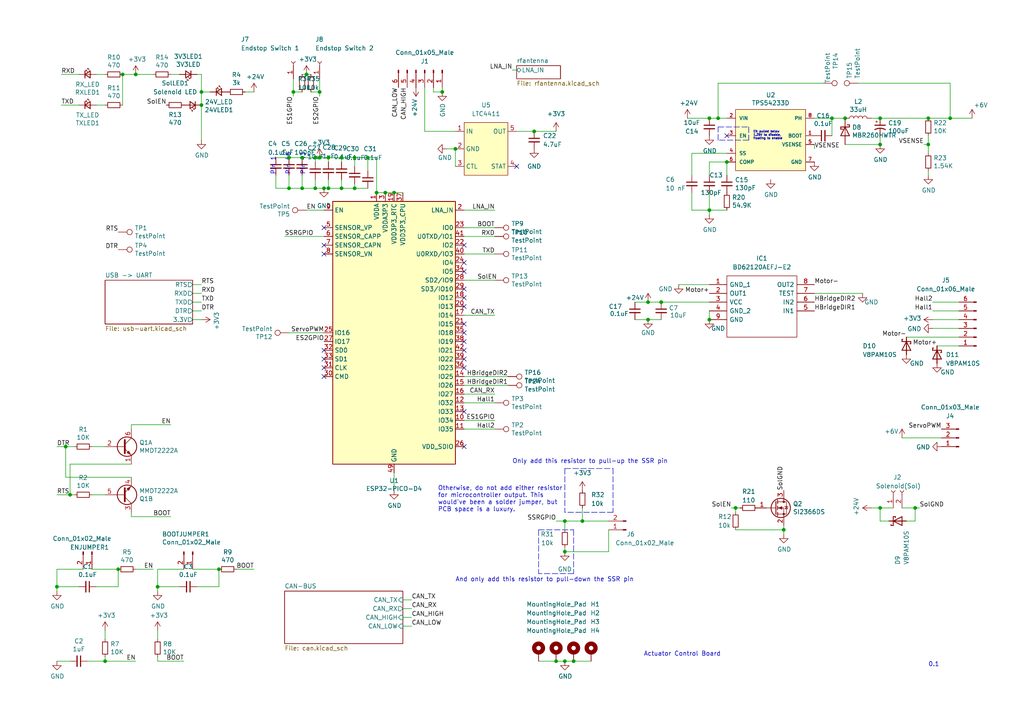
<source format=kicad_sch>
(kicad_sch (version 20211123) (generator eeschema)
  (paper "A4")
  (junction (at 132.08 43.18))
  (junction (at 39.37 21.59))
  (junction (at 265.43 147.32))
  (junction (at 95.25 45.72))
  (junction (at 255.27 34.29))
  (junction (at 275.59 34.29))
  (junction (at 241.3 34.29))
  (junction (at 187.96 87.63))
  (junction (at 58.42 30.48))
  (junction (at 20.32 143.51))
  (junction (at 63.5 165.1))
  (junction (at 58.42 26.67))
  (junction (at 269.24 41.91))
  (junction (at 34.29 165.1))
  (junction (at 245.11 34.29))
  (junction (at 30.48 191.77))
  (junction (at 91.44 45.72))
  (junction (at 205.74 60.96))
  (junction (at 88.9 21.59))
  (junction (at 255.27 41.91))
  (junction (at 187.96 92.71))
  (junction (at 163.83 160.02))
  (junction (at 99.06 45.72))
  (junction (at 205.74 92.71))
  (junction (at 205.74 34.29))
  (junction (at 269.24 34.29))
  (junction (at 255.27 147.32))
  (junction (at 95.25 54.61))
  (junction (at 114.3 55.88))
  (junction (at 102.87 45.72))
  (junction (at 87.63 45.72))
  (junction (at 91.44 54.61))
  (junction (at 93.98 54.61))
  (junction (at 45.72 170.18))
  (junction (at 87.63 54.61))
  (junction (at 35.56 21.59))
  (junction (at 163.83 151.13))
  (junction (at 168.91 151.13))
  (junction (at 106.68 45.72))
  (junction (at 154.94 38.1))
  (junction (at 227.33 153.67))
  (junction (at 83.82 45.72))
  (junction (at 166.37 191.77))
  (junction (at 102.87 54.61))
  (junction (at 16.51 170.18))
  (junction (at 92.71 26.67))
  (junction (at 92.71 45.72))
  (junction (at 109.22 55.88))
  (junction (at 19.05 129.54))
  (junction (at 83.82 54.61))
  (junction (at 163.83 191.77))
  (junction (at 161.29 191.77))
  (junction (at 191.77 87.63))
  (junction (at 85.09 26.67))
  (junction (at 128.27 26.67))
  (junction (at 111.76 55.88))
  (junction (at 99.06 54.61))
  (junction (at 213.36 147.32))
  (junction (at 208.28 34.29))
  (junction (at 210.82 46.99))
  (no_connect (at 134.62 78.74))
  (no_connect (at 134.62 83.82))
  (no_connect (at 134.62 119.38))
  (no_connect (at 134.62 99.06))
  (no_connect (at 134.62 96.52))
  (no_connect (at 93.98 66.04))
  (no_connect (at 210.82 39.37))
  (no_connect (at 93.98 104.14))
  (no_connect (at 134.62 76.2))
  (no_connect (at 134.62 93.98))
  (no_connect (at 134.62 129.54))
  (no_connect (at 134.62 88.9))
  (no_connect (at 134.62 71.12))
  (no_connect (at 93.98 106.68))
  (no_connect (at 134.62 86.36))
  (no_connect (at 93.98 109.22))
  (no_connect (at 93.98 101.6))
  (no_connect (at 93.98 71.12))
  (no_connect (at 93.98 73.66))
  (no_connect (at 134.62 104.14))
  (no_connect (at 149.86 48.26))
  (no_connect (at 134.62 101.6))
  (no_connect (at 134.62 106.68))
  (wire (pts (xy 91.44 54.61) (xy 93.98 54.61)))
  (wire (pts (xy 30.48 191.77) (xy 30.48 190.5)))
  (wire (pts (xy 168.91 151.13) (xy 176.53 151.13)))
  (wire (pts (xy 109.22 55.88) (xy 111.76 55.88)))
  (wire (pts (xy 106.68 45.72) (xy 109.22 45.72)))
  (wire (pts (xy 17.78 21.59) (xy 22.86 21.59)))
  (wire (pts (xy 200.66 60.96) (xy 205.74 60.96)))
  (wire (pts (xy 58.42 26.67) (xy 58.42 30.48)))
  (wire (pts (xy 63.5 170.18) (xy 63.5 165.1)))
  (wire (pts (xy 38.1 148.59) (xy 38.1 149.86)))
  (polyline (pts (xy 163.83 135.89) (xy 163.83 148.59)))
  (wire (pts (xy 261.62 147.32) (xy 265.43 147.32)))
  (wire (pts (xy 255.27 34.29) (xy 269.24 34.29)))
  (wire (pts (xy 60.96 26.67) (xy 58.42 26.67)))
  (wire (pts (xy 20.32 143.51) (xy 16.51 143.51)))
  (wire (pts (xy 16.51 191.77) (xy 20.32 191.77)))
  (wire (pts (xy 163.83 151.13) (xy 168.91 151.13)))
  (wire (pts (xy 241.3 39.37) (xy 241.3 34.29)))
  (wire (pts (xy 187.96 92.71) (xy 191.77 92.71)))
  (wire (pts (xy 116.84 173.99) (xy 119.38 173.99)))
  (wire (pts (xy 102.87 45.72) (xy 102.87 48.26)))
  (wire (pts (xy 128.27 25.4) (xy 128.27 26.67)))
  (wire (pts (xy 95.25 54.61) (xy 99.06 54.61)))
  (wire (pts (xy 210.82 46.99) (xy 210.82 50.8)))
  (wire (pts (xy 38.1 124.46) (xy 38.1 123.19)))
  (wire (pts (xy 45.72 165.1) (xy 53.34 165.1)))
  (wire (pts (xy 111.76 55.88) (xy 114.3 55.88)))
  (wire (pts (xy 125.73 26.67) (xy 128.27 26.67)))
  (wire (pts (xy 95.25 45.72) (xy 99.06 45.72)))
  (wire (pts (xy 149.86 20.32) (xy 148.59 20.32)))
  (wire (pts (xy 58.42 21.59) (xy 57.15 21.59)))
  (polyline (pts (xy 177.8 135.89) (xy 177.8 148.59)))
  (wire (pts (xy 269.24 34.29) (xy 275.59 34.29)))
  (wire (pts (xy 19.05 129.54) (xy 16.51 129.54)))
  (wire (pts (xy 55.88 82.55) (xy 58.42 82.55)))
  (wire (pts (xy 21.59 143.51) (xy 20.32 143.51)))
  (wire (pts (xy 205.74 46.99) (xy 205.74 50.8)))
  (wire (pts (xy 83.82 96.52) (xy 93.98 96.52)))
  (wire (pts (xy 93.98 54.61) (xy 95.25 54.61)))
  (wire (pts (xy 278.13 87.63) (xy 270.51 87.63)))
  (wire (pts (xy 265.43 147.32) (xy 266.7 147.32)))
  (wire (pts (xy 278.13 97.79) (xy 262.89 97.79)))
  (wire (pts (xy 134.62 116.84) (xy 143.51 116.84)))
  (wire (pts (xy 82.55 68.58) (xy 93.98 68.58)))
  (wire (pts (xy 134.62 111.76) (xy 147.32 111.76)))
  (wire (pts (xy 161.29 191.77) (xy 156.21 191.77)))
  (wire (pts (xy 80.01 45.72) (xy 83.82 45.72)))
  (wire (pts (xy 16.51 170.18) (xy 16.51 171.45)))
  (wire (pts (xy 205.74 60.96) (xy 205.74 62.23)))
  (wire (pts (xy 55.88 87.63) (xy 58.42 87.63)))
  (wire (pts (xy 57.15 170.18) (xy 63.5 170.18)))
  (wire (pts (xy 73.66 165.1) (xy 68.58 165.1)))
  (wire (pts (xy 99.06 54.61) (xy 102.87 54.61)))
  (wire (pts (xy 83.82 45.72) (xy 87.63 45.72)))
  (wire (pts (xy 88.9 21.59) (xy 90.17 21.59)))
  (wire (pts (xy 27.94 30.48) (xy 30.48 30.48)))
  (wire (pts (xy 16.51 165.1) (xy 16.51 170.18)))
  (wire (pts (xy 134.62 60.96) (xy 143.51 60.96)))
  (wire (pts (xy 88.9 60.96) (xy 93.98 60.96)))
  (wire (pts (xy 134.62 109.22) (xy 147.32 109.22)))
  (wire (pts (xy 30.48 182.88) (xy 30.48 185.42)))
  (wire (pts (xy 20.32 134.62) (xy 38.1 134.62)))
  (wire (pts (xy 210.82 60.96) (xy 205.74 60.96)))
  (wire (pts (xy 210.82 44.45) (xy 200.66 44.45)))
  (wire (pts (xy 278.13 92.71) (xy 270.51 92.71)))
  (wire (pts (xy 196.85 82.55) (xy 205.74 82.55)))
  (wire (pts (xy 278.13 95.25) (xy 270.51 95.25)))
  (wire (pts (xy 99.06 52.07) (xy 99.06 54.61)))
  (wire (pts (xy 92.71 22.86) (xy 92.71 26.67)))
  (wire (pts (xy 267.97 41.91) (xy 269.24 41.91)))
  (wire (pts (xy 200.66 55.88) (xy 200.66 60.96)))
  (wire (pts (xy 227.33 152.4) (xy 227.33 153.67)))
  (polyline (pts (xy 217.17 40.64) (xy 208.28 40.64)))
  (wire (pts (xy 55.88 92.71) (xy 58.42 92.71)))
  (wire (pts (xy 163.83 160.02) (xy 163.83 158.75)))
  (wire (pts (xy 80.01 50.8) (xy 80.01 54.61)))
  (wire (pts (xy 265.43 151.13) (xy 265.43 147.32)))
  (wire (pts (xy 200.66 44.45) (xy 200.66 50.8)))
  (wire (pts (xy 19.05 138.43) (xy 38.1 138.43)))
  (polyline (pts (xy 156.21 153.67) (xy 156.21 166.37)))
  (wire (pts (xy 85.09 22.86) (xy 85.09 26.67)))
  (wire (pts (xy 163.83 160.02) (xy 176.53 160.02)))
  (polyline (pts (xy 177.8 148.59) (xy 163.83 148.59)))
  (wire (pts (xy 91.44 45.72) (xy 91.44 46.99)))
  (wire (pts (xy 161.29 151.13) (xy 163.83 151.13)))
  (wire (pts (xy 187.96 87.63) (xy 191.77 87.63)))
  (wire (pts (xy 269.24 39.37) (xy 269.24 41.91)))
  (wire (pts (xy 114.3 55.88) (xy 116.84 55.88)))
  (wire (pts (xy 134.62 121.92) (xy 143.51 121.92)))
  (wire (pts (xy 92.71 27.94) (xy 92.71 26.67)))
  (wire (pts (xy 99.06 45.72) (xy 102.87 45.72)))
  (wire (pts (xy 22.86 170.18) (xy 16.51 170.18)))
  (wire (pts (xy 44.45 165.1) (xy 39.37 165.1)))
  (wire (pts (xy 134.62 68.58) (xy 143.51 68.58)))
  (wire (pts (xy 99.06 45.72) (xy 99.06 46.99)))
  (wire (pts (xy 132.08 43.18) (xy 132.08 48.26)))
  (wire (pts (xy 27.94 21.59) (xy 30.48 21.59)))
  (wire (pts (xy 255.27 39.37) (xy 255.27 41.91)))
  (wire (pts (xy 168.91 147.32) (xy 168.91 151.13)))
  (wire (pts (xy 90.17 26.67) (xy 92.71 26.67)))
  (wire (pts (xy 134.62 91.44) (xy 143.51 91.44)))
  (wire (pts (xy 275.59 34.29) (xy 281.94 34.29)))
  (wire (pts (xy 17.78 30.48) (xy 22.86 30.48)))
  (wire (pts (xy 52.07 170.18) (xy 45.72 170.18)))
  (wire (pts (xy 123.19 25.4) (xy 123.19 38.1)))
  (wire (pts (xy 154.94 38.1) (xy 161.29 38.1)))
  (wire (pts (xy 191.77 87.63) (xy 205.74 87.63)))
  (wire (pts (xy 213.36 153.67) (xy 227.33 153.67)))
  (wire (pts (xy 236.22 34.29) (xy 241.3 34.29)))
  (wire (pts (xy 92.71 45.72) (xy 95.25 45.72)))
  (wire (pts (xy 163.83 151.13) (xy 163.83 153.67)))
  (wire (pts (xy 255.27 151.13) (xy 257.81 151.13)))
  (wire (pts (xy 134.62 124.46) (xy 143.51 124.46)))
  (wire (pts (xy 171.45 191.77) (xy 166.37 191.77)))
  (polyline (pts (xy 166.37 166.37) (xy 156.21 166.37)))
  (wire (pts (xy 35.56 21.59) (xy 39.37 21.59)))
  (wire (pts (xy 102.87 45.72) (xy 106.68 45.72)))
  (wire (pts (xy 271.78 100.33) (xy 278.13 100.33)))
  (wire (pts (xy 134.62 81.28) (xy 143.51 81.28)))
  (wire (pts (xy 116.84 181.61) (xy 119.38 181.61)))
  (wire (pts (xy 87.63 54.61) (xy 91.44 54.61)))
  (wire (pts (xy 116.84 176.53) (xy 119.38 176.53)))
  (wire (pts (xy 21.59 129.54) (xy 19.05 129.54)))
  (wire (pts (xy 227.33 153.67) (xy 227.33 154.94)))
  (wire (pts (xy 262.89 151.13) (xy 265.43 151.13)))
  (wire (pts (xy 55.88 165.1) (xy 63.5 165.1)))
  (wire (pts (xy 125.73 25.4) (xy 125.73 26.67)))
  (wire (pts (xy 25.4 191.77) (xy 30.48 191.77)))
  (wire (pts (xy 166.37 191.77) (xy 163.83 191.77)))
  (wire (pts (xy 45.72 170.18) (xy 45.72 171.45)))
  (wire (pts (xy 45.72 191.77) (xy 45.72 190.5)))
  (wire (pts (xy 26.67 143.51) (xy 30.48 143.51)))
  (polyline (pts (xy 156.21 153.67) (xy 166.37 153.67)))
  (wire (pts (xy 49.53 21.59) (xy 52.07 21.59)))
  (wire (pts (xy 199.39 34.29) (xy 205.74 34.29)))
  (wire (pts (xy 245.11 41.91) (xy 255.27 41.91)))
  (polyline (pts (xy 208.28 40.64) (xy 208.28 36.83)))
  (wire (pts (xy 95.25 52.07) (xy 95.25 54.61)))
  (wire (pts (xy 252.73 34.29) (xy 255.27 34.29)))
  (wire (pts (xy 248.92 24.13) (xy 275.59 24.13)))
  (wire (pts (xy 106.68 45.72) (xy 106.68 49.53)))
  (wire (pts (xy 236.22 43.18) (xy 236.22 41.91)))
  (wire (pts (xy 275.59 24.13) (xy 275.59 34.29)))
  (wire (pts (xy 273.05 127) (xy 261.62 127)))
  (wire (pts (xy 58.42 21.59) (xy 58.42 26.67)))
  (wire (pts (xy 85.09 26.67) (xy 87.63 26.67)))
  (wire (pts (xy 87.63 21.59) (xy 88.9 21.59)))
  (wire (pts (xy 269.24 41.91) (xy 269.24 44.45)))
  (wire (pts (xy 208.28 34.29) (xy 208.28 24.13)))
  (wire (pts (xy 91.44 52.07) (xy 91.44 54.61)))
  (wire (pts (xy 184.15 92.71) (xy 187.96 92.71)))
  (wire (pts (xy 38.1 149.86) (xy 49.53 149.86)))
  (wire (pts (xy 80.01 54.61) (xy 83.82 54.61)))
  (wire (pts (xy 241.3 34.29) (xy 245.11 34.29)))
  (wire (pts (xy 149.86 38.1) (xy 154.94 38.1)))
  (wire (pts (xy 53.34 191.77) (xy 45.72 191.77)))
  (wire (pts (xy 212.09 147.32) (xy 213.36 147.32)))
  (polyline (pts (xy 166.37 153.67) (xy 166.37 166.37)))
  (wire (pts (xy 252.73 147.32) (xy 255.27 147.32)))
  (wire (pts (xy 102.87 54.61) (xy 106.68 54.61)))
  (wire (pts (xy 184.15 87.63) (xy 187.96 87.63)))
  (wire (pts (xy 55.88 90.17) (xy 58.42 90.17)))
  (wire (pts (xy 55.88 85.09) (xy 58.42 85.09)))
  (wire (pts (xy 83.82 50.8) (xy 83.82 54.61)))
  (wire (pts (xy 205.74 55.88) (xy 205.74 60.96)))
  (wire (pts (xy 213.36 148.59) (xy 213.36 147.32)))
  (wire (pts (xy 58.42 30.48) (xy 58.42 40.64)))
  (wire (pts (xy 30.48 129.54) (xy 26.67 129.54)))
  (wire (pts (xy 87.63 45.72) (xy 91.44 45.72)))
  (wire (pts (xy 213.36 147.32) (xy 214.63 147.32)))
  (wire (pts (xy 83.82 54.61) (xy 87.63 54.61)))
  (wire (pts (xy 123.19 38.1) (xy 132.08 38.1)))
  (wire (pts (xy 34.29 170.18) (xy 34.29 165.1)))
  (wire (pts (xy 176.53 160.02) (xy 176.53 153.67)))
  (wire (pts (xy 236.22 85.09) (xy 250.19 85.09)))
  (wire (pts (xy 38.1 123.19) (xy 49.53 123.19)))
  (wire (pts (xy 134.62 73.66) (xy 143.51 73.66)))
  (wire (pts (xy 269.24 49.53) (xy 269.24 50.8)))
  (polyline (pts (xy 208.28 36.83) (xy 217.17 36.83)))
  (polyline (pts (xy 163.83 135.89) (xy 177.8 135.89)))
  (wire (pts (xy 20.32 143.51) (xy 20.32 134.62)))
  (wire (pts (xy 39.37 21.59) (xy 44.45 21.59)))
  (wire (pts (xy 278.13 90.17) (xy 270.51 90.17)))
  (wire (pts (xy 87.63 50.8) (xy 87.63 54.61)))
  (wire (pts (xy 95.25 45.72) (xy 95.25 46.99)))
  (wire (pts (xy 134.62 66.04) (xy 143.51 66.04)))
  (wire (pts (xy 102.87 53.34) (xy 102.87 54.61)))
  (wire (pts (xy 30.48 191.77) (xy 39.37 191.77)))
  (wire (pts (xy 163.83 191.77) (xy 161.29 191.77)))
  (wire (pts (xy 116.84 179.07) (xy 119.38 179.07)))
  (wire (pts (xy 255.27 147.32) (xy 255.27 151.13)))
  (wire (pts (xy 129.54 43.18) (xy 132.08 43.18)))
  (wire (pts (xy 134.62 114.3) (xy 143.51 114.3)))
  (wire (pts (xy 35.56 21.59) (xy 35.56 30.48)))
  (wire (pts (xy 208.28 24.13) (xy 238.76 24.13)))
  (wire (pts (xy 205.74 34.29) (xy 208.28 34.29)))
  (wire (pts (xy 73.66 26.67) (xy 71.12 26.67)))
  (wire (pts (xy 19.05 129.54) (xy 19.05 138.43)))
  (wire (pts (xy 255.27 147.32) (xy 259.08 147.32)))
  (wire (pts (xy 109.22 45.72) (xy 109.22 55.88)))
  (polyline (pts (xy 217.17 36.83) (xy 217.17 40.64)))
  (wire (pts (xy 85.09 27.94) (xy 85.09 26.67)))
  (wire (pts (xy 114.3 137.16) (xy 114.3 142.24)))
  (wire (pts (xy 205.74 92.71) (xy 205.74 90.17)))
  (wire (pts (xy 27.94 170.18) (xy 34.29 170.18)))
  (wire (pts (xy 45.72 165.1) (xy 45.72 170.18)))
  (wire (pts (xy 210.82 46.99) (xy 205.74 46.99)))
  (wire (pts (xy 208.28 34.29) (xy 210.82 34.29)))
  (wire (pts (xy 26.67 165.1) (xy 34.29 165.1)))
  (wire (pts (xy 45.72 182.88) (xy 45.72 185.42)))
  (wire (pts (xy 16.51 165.1) (xy 24.13 165.1)))
  (wire (pts (xy 91.44 45.72) (xy 92.71 45.72)))
  (text "Pin 1\n" (at 80.01 50.8 90) (effects (font (size 1.27 1.27)) (justify left bottom)))
  (text "Pin 46\n\n" (at 86.36 50.8 90) (effects (font (size 1.27 1.27)) (justify left bottom)))
  (text "Only add this resistor to pull-up the SSR pin\n" (at 148.59 134.62 0) (effects (font (size 1.27 1.27)) (justify left bottom)))
  (text "Otherwise, do not add either resistor \nfor microcontroller output. This \nwould've been a solder jumper, but\nPCB space is a luxury.\n" (at 127 148.59 0) (effects (font (size 1.27 1.27)) (justify left bottom)))
  (text "EN pulled below \n1.25V to disable, \nfloating to enable\n" (at 218.44 40.64 0) (effects (font (size 0.6096 0.6096)) (justify left bottom)))
  (text "Pin 43\n\n\n" (at 92.71 50.8 90) (effects (font (size 1.27 1.27)) (justify left bottom)))
  (text "And only add this resistor to pull-down the SSR pin\n" (at 132.08 168.91 0) (effects (font (size 1.27 1.27)) (justify left bottom)))
  (text "0.1\n\n" (at 269.24 195.58 0) (effects (font (size 1.27 1.27)) (justify left bottom)))
  (text "Actuator Control Board\n" (at 186.69 190.5 0) (effects (font (size 1.27 1.27)) (justify left bottom)))
  (label "DTR" (at 58.42 90.17 0))
  (label "HBridgeDIR2" (at 147.32 109.22 180))
  (label "RTS" (at 16.51 143.51 0))
  (label "SolEN" (at 212.09 147.32 180))
  (label "VSENSE" (at 236.22 43.18 0))
  (label "TXD" (at 143.51 73.66 180))
  (label "BOOT" (at 143.51 66.04 180))
  (label "Hall1" (at 270.51 90.17 180))
  (label "HBridgeDIR1" (at 236.22 90.17 0))
  (label "Motor+" (at 271.78 100.33 180))
  (label "HBridgeDIR2" (at 236.22 87.63 0))
  (label "CAN_HIGH" (at 119.38 179.07 0))
  (label "DTR" (at 34.29 72.39 180))
  (label "TXD" (at 58.42 87.63 0))
  (label "SolGND" (at 266.7 147.32 0))
  (label "CAN_TX" (at 143.51 91.44 180))
  (label "SolEN" (at 48.26 30.48 180))
  (label "HBridgeDIR1" (at 147.32 111.76 180))
  (label "BOOT" (at 53.34 191.77 180))
  (label "ES2GPIO" (at 92.71 27.94 270))
  (label "Hall1" (at 143.51 116.84 180))
  (label "LNA_IN" (at 148.59 20.32 180))
  (label "CAN_LOW" (at 115.57 25.4 270))
  (label "ServoPWM" (at 93.98 96.52 180))
  (label "CAN_RX" (at 143.51 114.3 180))
  (label "RTS" (at 58.42 82.55 0))
  (label "CAN_HIGH" (at 118.11 25.4 270))
  (label "CAN_TX" (at 119.38 173.99 0))
  (label "RXD" (at 58.42 85.09 0))
  (label "Motor-" (at 262.89 97.79 180))
  (label "DTR" (at 16.51 129.54 0))
  (label "SolEN" (at 138.43 81.28 0))
  (label "BOOT" (at 73.66 165.1 180))
  (label "ES1GPIO" (at 85.09 27.94 270))
  (label "Motor+" (at 205.74 85.09 180))
  (label "SSRGPIO" (at 161.29 151.13 180))
  (label "SSRGPIO" (at 82.55 68.58 0))
  (label "EN" (at 44.45 165.1 180))
  (label "RXD" (at 17.78 21.59 0))
  (label "ServoPWM" (at 273.05 124.46 180))
  (label "VSENSE" (at 267.97 41.91 180))
  (label "SolGND" (at 227.33 142.24 90))
  (label "LNA_IN" (at 143.51 60.96 180))
  (label "EN" (at 88.9 60.96 0))
  (label "EN" (at 49.53 123.19 180))
  (label "ES1GPIO" (at 143.51 121.92 180))
  (label "RXD" (at 143.51 68.58 180))
  (label "CAN_RX" (at 119.38 176.53 0))
  (label "RTS" (at 34.29 67.31 180))
  (label "CAN_LOW" (at 119.38 181.61 0))
  (label "ES2GPIO" (at 93.98 99.06 180))
  (label "Hall2" (at 143.51 124.46 180))
  (label "BOOT" (at 49.53 149.86 180))
  (label "Motor-" (at 236.22 82.55 0))
  (label "TXD" (at 17.78 30.48 0))
  (label "Hall2" (at 270.51 87.63 180))
  (label "EN" (at 39.37 191.77 180))
  (symbol (lib_id "power:GND") (at 114.3 142.24 0) (unit 1)
    (property "Reference" "#PWR021" (effects hide))
    (property "Value" "GND" (at 114.427 146.6342 0))
  )
  (symbol (lib_id "power:+3.3V") (at 30.48 182.88 0) (unit 1)
    (property "Reference" "#PWR06" (effects hide))
    (property "Value" "+3.3V" (at 30.861 178.4858 0))
  )
  (symbol (lib_id "Device:R_Small") (at 30.48 187.96 0) (unit 1)
    (property "Reference" "R7" (at 31.9786 186.7916 0) (effects (justify left)))
    (property "Value" "10K" (at 31.9786 189.103 0) (effects (justify left)))
    (property "Footprint" "Resistor_SMD:R_0603_1608Metric" (effects hide))
  )
  (symbol (lib_id "Device:C_Small") (at 22.86 191.77 270) (unit 1)
    (property "Reference" "C2" (at 22.86 185.9534 90))
    (property "Value" "1uF" (at 22.86 188.2648 90))
    (property "Footprint" "Capacitor_SMD:C_0603_1608Metric" (effects hide))
  )
  (symbol (lib_id "power:GND") (at 16.51 191.77 0) (unit 1)
    (property "Reference" "#PWR03" (effects hide))
    (property "Value" "GND" (at 16.637 196.1642 0))
  )
  (symbol (lib_id "power:+3.3V") (at 45.72 182.88 0) (unit 1)
    (property "Reference" "#PWR09" (effects hide))
    (property "Value" "+3.3V" (at 46.101 178.4858 0))
  )
  (symbol (lib_id "Device:R_Small") (at 45.72 187.96 0) (unit 1)
    (property "Reference" "R8" (at 47.2186 186.7916 0) (effects (justify left)))
    (property "Value" "10K" (at 47.2186 189.103 0) (effects (justify left)))
    (property "Footprint" "Resistor_SMD:R_0603_1608Metric" (effects hide))
  )
  (symbol (lib_id "power:GND") (at 45.72 171.45 0) (unit 1)
    (property "Reference" "#PWR07" (effects hide))
    (property "Value" "GND" (at 45.847 175.8442 0))
  )
  (symbol (lib_id "Device:C_Small") (at 54.61 170.18 270) (unit 1)
    (property "Reference" "C3" (at 54.61 164.3634 90))
    (property "Value" "0.1uF" (at 54.61 166.6748 90))
    (property "Footprint" "Capacitor_SMD:C_0603_1608Metric" (effects hide))
  )
  (symbol (lib_id "Device:R_Small") (at 66.04 165.1 270) (unit 1)
    (property "Reference" "R9" (at 66.04 160.1216 90))
    (property "Value" "470" (at 66.04 162.433 90))
    (property "Footprint" "Resistor_SMD:R_0603_1608Metric" (effects hide))
  )
  (symbol (lib_id "power:GND") (at 16.51 171.45 0) (unit 1)
    (property "Reference" "#PWR02" (effects hide))
    (property "Value" "GND" (at 16.637 175.8442 0))
  )
  (symbol (lib_id "Device:C_Small") (at 25.4 170.18 270) (unit 1)
    (property "Reference" "C1" (at 25.4 164.3634 90))
    (property "Value" "0.1uF" (at 25.4 166.6748 90))
    (property "Footprint" "Capacitor_SMD:C_0603_1608Metric" (effects hide))
  )
  (symbol (lib_id "Device:R_Small") (at 36.83 165.1 270) (unit 1)
    (property "Reference" "R5" (at 36.83 160.1216 90))
    (property "Value" "470" (at 36.83 162.433 90))
    (property "Footprint" "Resistor_SMD:R_0603_1608Metric" (effects hide))
  )
  (symbol (lib_id "Device:LED_Small") (at 25.4 30.48 0) (unit 1)
    (property "Reference" "TXLED1" (at 25.4 35.687 0))
    (property "Value" "TX_LED" (at 25.4 33.3756 0))
    (property "Footprint" "LED_SMD:LED_0603_1608Metric" (effects hide))
  )
  (symbol (lib_id "Device:LED_Small") (at 25.4 21.59 0) (unit 1)
    (property "Reference" "RXLED1" (at 25.4 26.797 0))
    (property "Value" "RX_LED" (at 25.4 24.4856 0))
    (property "Footprint" "LED_SMD:LED_0603_1608Metric" (effects hide))
  )
  (symbol (lib_id "Device:R_Small") (at 33.02 21.59 270) (unit 1)
    (property "Reference" "R10" (at 33.02 16.6116 90))
    (property "Value" "470" (at 33.02 18.923 90))
    (property "Footprint" "Resistor_SMD:R_0603_1608Metric" (effects hide))
  )
  (symbol (lib_id "Device:R_Small") (at 33.02 30.48 270) (unit 1)
    (property "Reference" "R11" (at 33.02 25.5016 90))
    (property "Value" "470" (at 33.02 27.813 90))
    (property "Footprint" "Resistor_SMD:R_0603_1608Metric" (effects hide))
  )
  (symbol (lib_id "power:GND") (at 58.42 40.64 0) (unit 1)
    (property "Reference" "#PWR012" (effects hide))
    (property "Value" "GND" (at 58.547 45.0342 0))
  )
  (symbol (lib_id "Device:R_Small") (at 24.13 129.54 270) (unit 1)
    (property "Reference" "R1" (at 24.13 124.5616 90))
    (property "Value" "10K" (at 24.13 126.873 90))
    (property "Footprint" "Resistor_SMD:R_0603_1608Metric" (effects hide))
  )
  (symbol (lib_id "Device:R_Small") (at 24.13 143.51 270) (unit 1)
    (property "Reference" "R2" (at 24.13 138.5316 90))
    (property "Value" "10K" (at 24.13 140.843 90))
    (property "Footprint" "Resistor_SMD:R_0603_1608Metric" (effects hide))
  )
  (symbol (lib_id "power:+3.3V") (at 39.37 21.59 0) (unit 1)
    (property "Reference" "#PWR011" (effects hide))
    (property "Value" "+3.3V" (at 39.751 17.1958 0))
  )
  (symbol (lib_id "Device:LED_Small") (at 54.61 21.59 180) (unit 1)
    (property "Reference" "3V3LED1" (at 54.61 16.383 0))
    (property "Value" "3V3LED" (at 54.61 18.6944 0))
    (property "Footprint" "LED_SMD:LED_0603_1608Metric" (effects hide))
  )
  (symbol (lib_id "Device:R_Small") (at 46.99 21.59 270) (unit 1)
    (property "Reference" "R14" (at 46.99 16.6116 90))
    (property "Value" "470" (at 46.99 18.923 90))
    (property "Footprint" "Resistor_SMD:R_0603_1608Metric" (effects hide))
  )
  (symbol (lib_id "Connector:Conn_01x02_Male") (at 26.67 160.02 270) (unit 1)
    (property "Reference" "ENJUMPER1" (at 20.32 158.75 90) (effects (justify left)))
    (property "Value" "Conn_01x02_Male" (at 15.24 156.21 90) (effects (justify left)))
    (property "Footprint" "Connector_PinHeader_2.54mm:PinHeader_1x02_P2.54mm_Vertical" (effects hide))
  )
  (symbol (lib_id "Connector:Conn_01x02_Male") (at 55.88 160.02 270) (unit 1)
    (property "Reference" "BOOTJUMPER1" (at 46.99 154.94 90) (effects (justify left)))
    (property "Value" "Conn_01x02_Male" (at 46.99 157.2514 90) (effects (justify left)))
    (property "Footprint" "Connector_PinHeader_2.54mm:PinHeader_1x02_P2.54mm_Vertical" (effects hide))
  )
  (symbol (lib_id "Transistor_BJT:MMDT2222A") (at 35.56 129.54 0) (unit 1)
    (property "Reference" "Q1" (at 40.386 128.3716 0) (effects (justify left)))
    (property "Value" "MMDT2222A" (at 40.386 130.683 0) (effects (justify left)))
    (property "Footprint" "Package_TO_SOT_SMD:SOT-363_SC-70-6" (effects hide))
    (property "Datasheet" "http://www.diodes.com/_files/datasheets/ds30125.pdf" (effects hide))
  )
  (symbol (lib_id "Transistor_BJT:MMDT2222A") (at 35.56 143.51 0) (mirror x) (unit 2)
    (property "Reference" "Q1" (at 40.386 144.6784 0) (effects (justify left)))
    (property "Value" "MMDT2222A" (at 40.386 142.367 0) (effects (justify left)))
    (property "Footprint" "Package_TO_SOT_SMD:SOT-363_SC-70-6" (effects hide))
    (property "Datasheet" "http://www.diodes.com/_files/datasheets/ds30125.pdf" (effects hide))
  )
  (symbol (lib_id "RF_Module:ESP32-PICO-D4") (at 114.3 96.52 0) (unit 1)
    (property "Reference" "U1" (at 114.3 139.4206 0))
    (property "Value" "ESP32-PICO-D4" (at 114.3 141.732 0))
    (property "Footprint" "Package_DFN_QFN:QFN-48-1EP_7x7mm_P0.5mm_EP5.3x5.3mm" (effects hide))
    (property "Datasheet" "https://www.espressif.com/sites/default/files/documentation/esp32-pico-d4_datasheet_en.pdf" (effects hide))
  )
  (symbol (lib_id "iclr:TPS54233D") (at 208.28 34.29 0) (unit 1)
    (property "Reference" "U2" (at 223.52 27.559 0))
    (property "Value" "TPS54233D" (at 223.52 29.8704 0))
    (property "Footprint" "iclr:SOIC127P599X175-8N" (effects hide))
    (property "Datasheet" "http://www.ti.com/general/docs/lit/getliterature.tsp?genericPartNumber=TPS54233&fileType=pdf" (effects hide))
    (property "Code  JEDEC" "MS-012AA" (effects hide))
    (property "Component Link 2 Description" "Package Specification" (effects hide))
    (property "Component Link 2 URL" "http://www.ti.com/litv/pdf/msoi002j" (effects hide))
    (property "Component Link 3 Description" "URL Link1" (effects hide))
    (property "Component Link 3 URL" "Samples URL:http://www.ti.com/product/tps54233#samples" (effects hide))
    (property "Datasheet Version" "SLUS859B" (effects hide))
    (property "Duty CycleMax" "90" (effects hide))
    (property "Iout Max A" "2" (effects hide))
    (property "Iq Typm A" "0.11" (effects hide))
    (property "Mounting Technology" "Surface Mount" (effects hide))
    (property "Package Description" "8-Pin Plastic Small Outline Integrated Circuit, 4.9 x 3.9 mm, Pitch 1.27 mm Pitch" (effects hide))
    (property "Package Version" "revM, Jun-2011" (effects hide))
    (property "Rating" "Catalog" (effects hide))
    (property "Regulated Outputs" "1" (effects hide))
    (property "Sub Family" "Step-Down Regulator" (effects hide))
    (property "Switch Current LimitTypA" "2.3" (effects hide))
    (property "Topology" "Buck" (effects hide))
    (property "Vin Max V" "28" (effects hide))
    (property "Vin Min V" "3.5" (effects hide))
    (property "Vout Max V" "25" (effects hide))
    (property "Vout Min V" "0.8" (effects hide))
    (property "category" "IC" (effects hide))
    (property "ciiva ids" "1489665" (effects hide))
    (property "library id" "57142109115245d6" (effects hide))
    (property "manufacturer" "Texas Instruments" (effects hide))
    (property "package" "D0008A" (effects hide))
    (property "release date" "1464593322" (effects hide))
    (property "rohs" "Yes" (effects hide))
    (property "vault revision" "4D6E46D7-D5EC-4CD6-8208-6BA05138FBDD" (effects hide))
    (property "imported" "yes" (effects hide))
  )
  (symbol (lib_id "power:GND") (at 236.22 46.99 0) (unit 1)
    (property "Reference" "#PWR0101" (effects hide))
    (property "Value" "GND" (at 236.347 51.3842 0))
  )
  (symbol (lib_id "Device:C_Small") (at 238.76 39.37 90) (unit 1)
    (property "Reference" "C16" (at 238.76 33.5534 90))
    (property "Value" "0.1uF" (at 238.76 35.8648 90))
    (property "Footprint" "Capacitor_SMD:C_0603_1608Metric" (effects hide))
  )
  (symbol (lib_id "Device:L") (at 248.92 34.29 90) (unit 1)
    (property "Reference" "L2" (at 248.92 29.464 90))
    (property "Value" "33uH" (at 248.92 31.7754 90))
    (property "Footprint" "iclr:IND_ETQP5M330YFM" (effects hide))
  )
  (symbol (lib_id "Connector:TestPoint") (at 34.29 72.39 270) (unit 1)
    (property "Reference" "TP4" (at 39.0652 71.2216 90) (effects (justify left)))
    (property "Value" "TestPoint" (at 39.0652 73.533 90) (effects (justify left)))
    (property "Footprint" "TestPoint:TestPoint_Pad_D1.0mm" (effects hide))
  )
  (symbol (lib_id "Connector:TestPoint") (at 34.29 67.31 270) (unit 1)
    (property "Reference" "TP1" (at 39.0652 66.1416 90) (effects (justify left)))
    (property "Value" "TestPoint" (at 39.0652 68.453 90) (effects (justify left)))
    (property "Footprint" "TestPoint:TestPoint_Pad_D1.0mm" (effects hide))
  )
  (symbol (lib_id "Device:CP1_Small") (at 255.27 36.83 0) (unit 1)
    (property "Reference" "C19" (at 257.5814 35.6616 0) (effects (justify left)))
    (property "Value" "100uF" (at 257.5814 37.973 0) (effects (justify left)))
    (property "Footprint" "Capacitor_SMD:CP_Elec_5x5.9" (effects hide))
  )
  (symbol (lib_id "power:GND") (at 255.27 41.91 0) (unit 1)
    (property "Reference" "#PWR0102" (effects hide))
    (property "Value" "GND" (at 255.397 46.3042 0))
  )
  (symbol (lib_id "Diode:B340") (at 245.11 38.1 270) (unit 1)
    (property "Reference" "D8" (at 247.142 36.9316 90) (effects (justify left)))
    (property "Value" "MBR260HWTR" (at 247.142 39.243 90) (effects (justify left)))
    (property "Footprint" "Diode_SMD:D_SOD-123" (effects hide))
    (property "Datasheet" "http://www.jameco.com/Jameco/Products/ProdDS/1538777.pdf" (effects hide))
  )
  (symbol (lib_id "power:GND") (at 205.74 39.37 0) (unit 1)
    (property "Reference" "#PWR0103" (effects hide))
    (property "Value" "GND" (at 205.867 43.7642 0))
  )
  (symbol (lib_id "power:+24V") (at 199.39 34.29 0) (unit 1)
    (property "Reference" "#PWR0104" (effects hide))
    (property "Value" "+24V" (at 199.771 29.8958 0))
  )
  (symbol (lib_id "Device:C_Small") (at 210.82 53.34 0) (unit 1)
    (property "Reference" "C15" (at 213.1568 52.1716 0) (effects (justify left)))
    (property "Value" "130pF" (at 213.1568 54.483 0) (effects (justify left)))
    (property "Footprint" "Capacitor_SMD:C_0603_1608Metric" (effects hide))
  )
  (symbol (lib_id "Device:R_Small") (at 210.82 58.42 0) (unit 1)
    (property "Reference" "R20" (at 212.3186 57.2516 0) (effects (justify left)))
    (property "Value" "54.9K" (at 212.3186 59.563 0) (effects (justify left)))
    (property "Footprint" "Resistor_SMD:R_0603_1608Metric" (effects hide))
  )
  (symbol (lib_id "Device:C_Small") (at 205.74 53.34 0) (unit 1)
    (property "Reference" "C13" (at 205.74 50.8 0) (effects (justify left)))
    (property "Value" "130pF" (at 203.2 55.88 0) (effects (justify left)))
    (property "Footprint" "Capacitor_SMD:C_0603_1608Metric" (effects hide))
  )
  (symbol (lib_id "Device:C_Small") (at 200.66 53.34 0) (unit 1)
    (property "Reference" "C6" (at 193.04 52.07 0) (effects (justify left)))
    (property "Value" "10 nF" (at 193.04 54.61 0) (effects (justify left)))
    (property "Footprint" "Capacitor_SMD:C_0603_1608Metric" (effects hide))
  )
  (symbol (lib_id "Device:R_Small") (at 269.24 36.83 0) (unit 1)
    (property "Reference" "R22" (at 270.7386 35.6616 0) (effects (justify left)))
    (property "Value" "10K" (at 270.7386 37.973 0) (effects (justify left)))
    (property "Footprint" "Resistor_SMD:R_0603_1608Metric" (effects hide))
  )
  (symbol (lib_id "Device:R_Small") (at 269.24 46.99 0) (unit 1)
    (property "Reference" "R23" (at 270.7386 45.8216 0) (effects (justify left)))
    (property "Value" "1.54K" (at 270.7386 48.133 0) (effects (justify left)))
    (property "Footprint" "Resistor_SMD:R_0603_1608Metric" (effects hide))
  )
  (symbol (lib_id "power:GND") (at 269.24 50.8 0) (unit 1)
    (property "Reference" "#PWR0105" (effects hide))
    (property "Value" "GND" (at 269.367 55.1942 0))
  )
  (symbol (lib_id "power:GND") (at 205.74 62.23 0) (unit 1)
    (property "Reference" "#PWR0106" (effects hide))
    (property "Value" "GND" (at 205.867 66.6242 0))
  )
  (symbol (lib_id "power:+6V") (at 281.94 34.29 0) (unit 1)
    (property "Reference" "#PWR0107" (effects hide))
    (property "Value" "+6V" (at 284.48 30.48 0))
  )
  (symbol (lib_id "power:+3.3V") (at 58.42 92.71 270) (unit 1)
    (property "Reference" "#PWR0108" (effects hide))
    (property "Value" "+3.3V" (at 62.8142 93.091 0))
  )
  (symbol (lib_id "Connector:Conn_01x03_Male") (at 278.13 127 180) (unit 1)
    (property "Reference" "J4" (at 275.59 120.65 0))
    (property "Value" "Conn_01x03_Male" (at 275.59 118.11 0))
    (property "Footprint" "Connector_Molex:Molex_Nano-Fit_105309-xx03_1x03_P2.50mm_Vertical" (effects hide))
  )
  (symbol (lib_id "power:+3.3V") (at 92.71 45.72 0) (unit 1)
    (property "Reference" "#PWR0110" (effects hide))
    (property "Value" "+3.3V" (at 93.091 41.3258 0))
  )
  (symbol (lib_id "power:GND") (at 273.05 129.54 270) (unit 1)
    (property "Reference" "#PWR0114" (effects hide))
    (property "Value" "GND" (at 269.7988 129.667 90) (effects (justify right)))
  )
  (symbol (lib_id "power:+6V") (at 261.62 127 0) (unit 1)
    (property "Reference" "#PWR0113" (effects hide))
    (property "Value" "+6V" (at 258.5553 125.1278 0))
  )
  (symbol (lib_id "power:+24V") (at 120.65 25.4 180) (unit 1)
    (property "Reference" "#PWR0139" (effects hide))
    (property "Value" "+24V" (at 120.269 28.6512 90) (effects (justify left)))
  )
  (symbol (lib_id "power:GND") (at 128.27 26.67 0) (unit 1)
    (property "Reference" "#PWR0138" (effects hide))
    (property "Value" "GND" (at 128.397 29.9212 90) (effects (justify right)))
  )
  (symbol (lib_id "Connector:Conn_01x06_Male") (at 123.19 20.32 270) (unit 1)
    (property "Reference" "J1" (at 123.19 17.78 90))
    (property "Value" "Conn_01x05_Male" (at 123.19 15.24 90))
    (property "Footprint" "Connector_Molex:Molex_Mini-Fit_Jr_5566-06A_2x03_P4.20mm_Vertical" (effects hide))
  )
  (symbol (lib_id "Connector:TestPoint") (at 143.51 73.66 270) (unit 1)
    (property "Reference" "TP11" (at 148.2852 72.4916 90) (effects (justify left)))
    (property "Value" "TestPoint" (at 148.2852 74.803 90) (effects (justify left)))
    (property "Footprint" "TestPoint:TestPoint_Pad_D1.0mm" (effects hide))
  )
  (symbol (lib_id "Connector:TestPoint") (at 143.51 68.58 270) (unit 1)
    (property "Reference" "TP10" (at 148.2852 67.4116 90) (effects (justify left)))
    (property "Value" "TestPoint" (at 148.2852 69.723 90) (effects (justify left)))
    (property "Footprint" "TestPoint:TestPoint_Pad_D1.0mm" (effects hide))
  )
  (symbol (lib_id "Connector:TestPoint") (at 143.51 66.04 270) (unit 1)
    (property "Reference" "TP9" (at 148.2852 64.8716 90) (effects (justify left)))
    (property "Value" "TestPoint" (at 148.2852 67.183 90) (effects (justify left)))
    (property "Footprint" "TestPoint:TestPoint_Pad_D1.0mm" (effects hide))
  )
  (symbol (lib_id "Connector:TestPoint") (at 88.9 60.96 90) (unit 1)
    (property "Reference" "TP5" (at 84.1248 62.1284 90) (effects (justify left)))
    (property "Value" "TestPoint" (at 84.1248 59.817 90) (effects (justify left)))
    (property "Footprint" "TestPoint:TestPoint_Pad_D1.0mm" (effects hide))
  )
  (symbol (lib_id "Device:LED_Small") (at 63.5 26.67 0) (unit 1)
    (property "Reference" "24VLED1" (at 63.5 31.877 0))
    (property "Value" "24V_LED" (at 63.5 29.5656 0))
    (property "Footprint" "LED_SMD:LED_0603_1608Metric" (effects hide))
  )
  (symbol (lib_id "Device:R_Small") (at 68.58 26.67 270) (unit 1)
    (property "Reference" "R4" (at 68.58 21.6916 90))
    (property "Value" "3k" (at 68.58 24.003 90))
    (property "Footprint" "Resistor_SMD:R_0603_1608Metric" (effects hide))
  )
  (symbol (lib_id "power:+24V") (at 73.66 26.67 0) (unit 1)
    (property "Reference" "#PWR0112" (effects hide))
    (property "Value" "+24V" (at 74.041 22.2758 0))
  )
  (symbol (lib_id "power:+24V") (at 252.73 147.32 90) (unit 1)
    (property "Reference" "#PWR0141" (effects hide))
    (property "Value" "+24V" (at 248.3358 146.939 0))
  )
  (symbol (lib_id "Device:R_Small") (at 217.17 147.32 270) (unit 1)
    (property "Reference" "R21" (at 215.2255 142.5576 90) (effects (justify left)))
    (property "Value" "110" (at 215.2255 145.0976 90) (effects (justify left)))
    (property "Footprint" "Resistor_SMD:R_0603_1608Metric" (effects hide))
  )
  (symbol (lib_id "Connector:Conn_01x02_Female") (at 259.08 142.24 90) (unit 1)
    (property "Reference" "J2" (at 259.08 138.43 90) (effects (justify right)))
    (property "Value" "Solenoid(Sol)" (at 254 140.97 90) (effects (justify right)))
    (property "Footprint" "Connector_Molex:Molex_Nano-Fit_105309-xx02_1x02_P2.50mm_Vertical" (effects hide))
  )
  (symbol (lib_id "Transistor_FET:DMN3404L") (at 224.79 147.32 0) (unit 1)
    (property "Reference" "Q2" (at 229.9716 146.1516 0) (effects (justify left)))
    (property "Value" "SI2366DS" (at 229.9716 148.463 0) (effects (justify left)))
    (property "Footprint" "Package_TO_SOT_SMD:SOT-23" (effects hide))
    (property "Datasheet" "http://www.diodes.com/assets/Datasheets/ds31787.pdf" (effects hide))
  )
  (symbol (lib_id "power:GND") (at 227.33 154.94 0) (unit 1)
    (property "Reference" "#PWR0142" (effects hide))
    (property "Value" "GND" (at 227.457 159.3342 0))
  )
  (symbol (lib_id "Connector:Conn_01x06_Male") (at 283.21 95.25 180) (unit 1)
    (property "Reference" "J5" (at 274.32 81.28 0))
    (property "Value" "Conn_01x06_Male" (at 274.32 83.82 0))
    (property "Footprint" "Connector_Molex:Molex_Nano-Fit_105309-xx06_1x06_P2.50mm_Vertical" (effects hide))
  )
  (symbol (lib_id "power:+3.3V") (at 270.51 92.71 90) (unit 1)
    (property "Reference" "#PWR0144" (effects hide))
    (property "Value" "+3.3V" (at 267.2588 92.329 90) (effects (justify left)))
  )
  (symbol (lib_id "power:GND") (at 270.51 95.25 270) (unit 1)
    (property "Reference" "#PWR0143" (effects hide))
    (property "Value" "GND" (at 267.2588 95.377 90) (effects (justify right)))
  )
  (symbol (lib_id "Connector:TestPoint") (at 147.32 109.22 270) (unit 1)
    (property "Reference" "TP16" (at 152.0952 108.0516 90) (effects (justify left)))
    (property "Value" "TestPoint" (at 152.0952 110.363 90) (effects (justify left)))
    (property "Footprint" "TestPoint:TestPoint_Pad_D1.0mm" (effects hide))
  )
  (symbol (lib_id "Connector:TestPoint") (at 147.32 111.76 270) (unit 1)
    (property "Reference" "TP24" (at 152.0952 110.5916 90) (effects (justify left)))
    (property "Value" "TestPoint" (at 152.0952 112.903 90) (effects (justify left)))
    (property "Footprint" "TestPoint:TestPoint_Pad_D1.0mm" (effects hide))
  )
  (symbol (lib_id "Device:LED_Small") (at 55.88 30.48 180) (unit 1)
    (property "Reference" "SolLED1" (at 50.8 24.13 0))
    (property "Value" "Solenoid LED" (at 50.8 26.67 0))
    (property "Footprint" "LED_SMD:LED_0603_1608Metric" (effects hide))
  )
  (symbol (lib_id "power:GND") (at 262.89 102.87 0) (unit 1)
    (property "Reference" "#PWR0135" (effects hide))
    (property "Value" "GND" (at 267.97 105.41 0) (effects (justify right)))
  )
  (symbol (lib_id "power:GND") (at 163.83 160.02 0) (unit 1)
    (property "Reference" "#PWR0153" (effects hide))
    (property "Value" "GND" (at 163.83 165.1 0))
  )
  (symbol (lib_id "Device:C_Small") (at 191.77 90.17 0) (unit 1)
    (property "Reference" "C7" (at 193.9991 89.3405 0) (effects (justify left)))
    (property "Value" "10uF" (at 194.31 91.44 0) (effects (justify left)))
    (property "Footprint" "Capacitor_SMD:C_1210_3225Metric" (effects hide))
  )
  (symbol (lib_id "Device:C_Small") (at 184.15 90.17 0) (unit 1)
    (property "Reference" "C17" (at 176.53 88.9 0) (effects (justify left)))
    (property "Value" "0.1uF" (at 176.8409 90.9995 0) (effects (justify left)))
    (property "Footprint" "Capacitor_SMD:C_0603_1608Metric" (effects hide))
  )
  (symbol (lib_id "Device:C_Small") (at 106.68 52.07 0) (unit 1)
    (property "Reference" "C31" (at 105.41 43.18 0) (effects (justify left)))
    (property "Value" "0.1uF" (at 105.41 45.72 0) (effects (justify left)))
    (property "Footprint" "Capacitor_SMD:C_0603_1608Metric" (effects hide))
  )
  (symbol (lib_id "power:GND") (at 187.96 92.71 0) (unit 1)
    (property "Reference" "#PWR0116" (effects hide))
    (property "Value" "GND" (at 187.96 96.52 0))
  )
  (symbol (lib_id "Device:C_Small") (at 99.06 49.53 0) (unit 1)
    (property "Reference" "C29" (at 96.7605 42.9473 0) (effects (justify left)))
    (property "Value" "0.1uF" (at 96.7605 45.4873 0) (effects (justify left)))
    (property "Footprint" "Capacitor_SMD:C_0603_1608Metric" (effects hide))
  )
  (symbol (lib_id "Device:R_Small") (at 163.83 156.21 0) (unit 1)
    (property "Reference" "R31" (at 158.75 154.94 0))
    (property "Value" "10k" (at 158.75 157.48 0))
    (property "Footprint" "Resistor_SMD:R_0603_1608Metric" (effects hide))
  )
  (symbol (lib_id "Connector:Conn_01x02_Male") (at 181.61 153.67 180) (unit 1)
    (property "Reference" "J6" (at 184.15 154.94 0) (effects (justify left)))
    (property "Value" "Conn_01x02_Male" (at 195.58 157.48 0) (effects (justify left)))
    (property "Footprint" "Connector_PinHeader_2.54mm:PinHeader_1x02_P2.54mm_Vertical" (effects hide))
  )
  (symbol (lib_id "Device:R_Small") (at 213.36 151.13 0) (unit 1)
    (property "Reference" "R12" (at 208.28 149.86 0) (effects (justify left)))
    (property "Value" "10k" (at 208.28 152.4 0) (effects (justify left)))
    (property "Footprint" "Resistor_SMD:R_0603_1608Metric" (effects hide))
  )
  (symbol (lib_id "power:+3.3V") (at 168.91 142.24 0) (unit 1)
    (property "Reference" "#PWR0152" (effects hide))
    (property "Value" "+3.3V" (at 168.91 137.16 0))
  )
  (symbol (lib_id "iclr:V8PAM10S") (at 262.89 100.33 90) (unit 1)
    (property "Reference" "D10" (at 250.19 100.33 90) (effects (justify right)))
    (property "Value" "V8PAM10S" (at 250.19 102.87 90) (effects (justify right)))
    (property "Footprint" "iclr:DIO_V3PAN50-M3_I" (effects hide))
    (property "STANDARD" "Manufacturer recommendations" (effects hide))
    (property "MANUFACTURER" "Vishay" (effects hide))
    (property "PARTREV" "20-Oct-16" (effects hide))
  )
  (symbol (lib_id "Device:C_Small") (at 80.01 48.26 0) (unit 1)
    (property "Reference" "C4" (at 77.7105 41.6773 0) (effects (justify left)))
    (property "Value" "0.1uF" (at 77.7105 44.2173 0) (effects (justify left)))
    (property "Footprint" "Capacitor_SMD:C_0603_1608Metric" (effects hide))
  )
  (symbol (lib_id "Mechanical:MountingHole_Pad") (at 161.29 189.23 0) (unit 1)
    (property "Reference" "H2" (at 173.99 177.8 0) (effects (justify right)))
    (property "Value" "MountingHole_Pad" (at 170.18 180.34 0) (effects (justify right)))
    (property "Footprint" "MountingHole:MountingHole_3.2mm_M3_DIN965_Pad" (effects hide))
  )
  (symbol (lib_id "power:+24V") (at 187.96 87.63 0) (unit 1)
    (property "Reference" "#PWR0118" (effects hide))
    (property "Value" "+24V" (at 184.15 86.36 0))
  )
  (symbol (lib_id "Device:R_Small") (at 90.17 24.13 0) (unit 1)
    (property "Reference" "R35" (at 88.9 22.86 0) (effects (justify left)))
    (property "Value" "10k" (at 88.9 25.4 0) (effects (justify left)))
    (property "Footprint" "Resistor_SMD:R_0603_1608Metric" (effects hide))
  )
  (symbol (lib_id "iclr:LTC4411") (at 140.97 33.02 0) (unit 1)
    (property "Reference" "U5" (at 140.97 30.48 0))
    (property "Value" "LTC4411" (at 140.97 33.02 0))
    (property "Footprint" "Package_TO_SOT_SMD:SOT-23-5" (effects hide))
  )
  (symbol (lib_id "power:GND") (at 154.94 43.18 0) (unit 1)
    (property "Reference" "#PWR0140" (effects hide))
    (property "Value" "GND" (at 154.94 48.26 0))
  )
  (symbol (lib_id "Mechanical:MountingHole_Pad") (at 171.45 189.23 0) (unit 1)
    (property "Reference" "H4" (at 173.99 182.88 0) (effects (justify right)))
    (property "Value" "MountingHole_Pad" (at 170.18 175.26 0) (effects (justify right)))
    (property "Footprint" "MountingHole:MountingHole_3.2mm_M3_DIN965_Pad" (effects hide))
  )
  (symbol (lib_id "Connector:Conn_01x01_Female") (at 92.71 17.78 90) (unit 1)
    (property "Reference" "J8" (at 91.44 11.4331 90) (effects (justify right)))
    (property "Value" "Endstop Switch 2" (at 91.44 13.97 90) (effects (justify right)))
    (property "Footprint" "TestPoint:TestPoint_Pad_D1.5mm" (effects hide))
  )
  (symbol (lib_id "Device:C_Small") (at 83.82 48.26 0) (unit 1)
    (property "Reference" "C5" (at 81.5205 41.6773 0) (effects (justify left)))
    (property "Value" "1uF" (at 81.5205 44.2173 0) (effects (justify left)))
    (property "Footprint" "Capacitor_SMD:C_0603_1608Metric" (effects hide))
  )
  (symbol (lib_id "power:GND") (at 223.52 52.07 0) (unit 1)
    (property "Reference" "#PWR0126" (effects hide))
    (property "Value" "GND" (at 223.647 56.4642 0))
  )
  (symbol (lib_id "Connector:TestPoint") (at 238.76 24.13 270) (unit 1)
    (property "Reference" "TP14" (at 242.3414 15.24 0) (effects (justify left)))
    (property "Value" "TestPoint" (at 240.03 15.24 0) (effects (justify left)))
    (property "Footprint" "TestPoint:TestPoint_Pad_D2.0mm" (effects hide))
  )
  (symbol (lib_id "power:GND") (at 129.54 43.18 270) (unit 1)
    (property "Reference" "#PWR0148" (effects hide))
    (property "Value" "GND" (at 127 45.72 90) (effects (justify left)))
  )
  (symbol (lib_id "Device:C_Small") (at 154.94 40.64 0) (unit 1)
    (property "Reference" "C22" (at 157.48 39.3762 0) (effects (justify left)))
    (property "Value" "4.7uF" (at 157.48 41.9162 0) (effects (justify left)))
    (property "Footprint" "Capacitor_SMD:C_0603_1608Metric" (effects hide))
  )
  (symbol (lib_id "Connector:Conn_01x01_Female") (at 85.09 17.78 90) (unit 1)
    (property "Reference" "J7" (at 69.85 11.4331 90) (effects (justify right)))
    (property "Value" "Endstop Switch 1" (at 69.85 13.97 90) (effects (justify right)))
    (property "Footprint" "TestPoint:TestPoint_Pad_D1.5mm" (effects hide))
  )
  (symbol (lib_id "power:GND") (at 205.74 92.71 0) (unit 1)
    (property "Reference" "#PWR0134" (effects hide))
    (property "Value" "GND" (at 208.28 95.25 0))
  )
  (symbol (lib_id "Device:R_Small") (at 87.63 24.13 0) (unit 1)
    (property "Reference" "R34" (at 86.36 22.86 0) (effects (justify left)))
    (property "Value" "10k" (at 86.36 25.4 0) (effects (justify left)))
    (property "Footprint" "Resistor_SMD:R_0603_1608Metric" (effects hide))
  )
  (symbol (lib_id "Device:C_Small") (at 102.87 50.8 0) (unit 1)
    (property "Reference" "C30" (at 100.33 43.18 0) (effects (justify left)))
    (property "Value" "0.1uF" (at 100.33 45.72 0) (effects (justify left)))
    (property "Footprint" "Capacitor_SMD:C_0603_1608Metric" (effects hide))
  )
  (symbol (lib_id "Device:R_Small") (at 50.8 30.48 270) (unit 1)
    (property "Reference" "R13" (at 50.8 33.2486 90))
    (property "Value" "470" (at 50.8 35.56 90))
    (property "Footprint" "Resistor_SMD:R_0603_1608Metric" (effects hide))
  )
  (symbol (lib_id "power:GND") (at 196.85 82.55 0) (unit 1)
    (property "Reference" "#PWR0117" (effects hide))
    (property "Value" "GND" (at 193.04 83.82 0))
  )
  (symbol (lib_id "power:+3.3V") (at 88.9 21.59 0) (unit 1)
    (property "Reference" "#PWR0154" (effects hide))
    (property "Value" "+3.3V" (at 89.281 17.1958 0))
  )
  (symbol (lib_id "Device:C_Small") (at 205.74 36.83 0) (unit 1)
    (property "Reference" "C14" (at 200.66 38.1 0))
    (property "Value" "10uF" (at 200.66 35.56 0))
    (property "Footprint" "Capacitor_SMD:C_1210_3225Metric" (effects hide))
  )
  (symbol (lib_id "iclr:V8PAM10S") (at 260.35 151.13 180) (unit 1)
    (property "Reference" "D9" (at 260.35 163.83 90) (effects (justify right)))
    (property "Value" "V8PAM10S" (at 262.89 163.83 90) (effects (justify right)))
    (property "Footprint" "iclr:DIO_V3PAN50-M3_I" (effects hide))
    (property "STANDARD" "Manufacturer recommendations" (effects hide))
    (property "MANUFACTURER" "Vishay" (effects hide))
    (property "PARTREV" "20-Oct-16" (effects hide))
  )
  (symbol (lib_id "Mechanical:MountingHole_Pad") (at 156.21 189.23 0) (unit 1)
    (property "Reference" "H1" (at 173.99 175.26 0) (effects (justify right)))
    (property "Value" "MountingHole_Pad" (at 170.18 182.88 0) (effects (justify right)))
    (property "Footprint" "MountingHole:MountingHole_3.2mm_M3_DIN965_Pad" (effects hide))
  )
  (symbol (lib_id "Device:C_Small") (at 87.63 48.26 0) (unit 1)
    (property "Reference" "C26" (at 85.3305 41.6773 0) (effects (justify left)))
    (property "Value" "100pF" (at 85.3305 44.2173 0) (effects (justify left)))
    (property "Footprint" "Capacitor_SMD:C_0603_1608Metric" (effects hide))
  )
  (symbol (lib_id "Connector:TestPoint") (at 83.82 96.52 90) (unit 1)
    (property "Reference" "TP12" (at 79.0448 97.6884 90) (effects (justify left)))
    (property "Value" "TestPoint" (at 79.0448 95.377 90) (effects (justify left)))
    (property "Footprint" "TestPoint:TestPoint_Pad_D1.0mm" (effects hide))
  )
  (symbol (lib_id "iclr:BD62120AEFJ-E2") (at 205.74 82.55 0) (unit 1)
    (property "Reference" "IC1" (at 220.98 74.93 0))
    (property "Value" "BD62120AEFJ-E2" (at 220.98 77.47 0))
    (property "Footprint" "iclr:SOIC127P600X100-9N" (effects hide))
    (property "Datasheet" "https://mouser.componentsearchengine.com/Datasheets/1/BD62120AEFJ-E2.pdf" (effects hide))
    (property "Description" "ROHM BD62120AEFJ-E2 Motor Driver IC 8-Pin, HTSOP-J" (effects hide))
    (property "Height" "1" (effects hide))
    (property "Manufacturer_Name" "ROHM Semiconductor" (effects hide))
    (property "Manufacturer_Part_Number" "BD62120AEFJ-E2" (effects hide))
    (property "Mouser Part Number" "755-BD62120AEFJ-E2" (effects hide))
    (property "Mouser Price/Stock" "https://www.mouser.co.uk/ProductDetail/ROHM-Semiconductor/BD62120AEFJ-E2?qs=W0yvOO0ixfE4ng62t9GYFg%3D%3D" (effects hide))
  )
  (symbol (lib_id "power:GND") (at 250.19 85.09 0) (unit 1)
    (property "Reference" "#PWR01" (effects hide))
    (property "Value" "GND" (at 252.73 87.63 0))
  )
  (symbol (lib_id "Connector:TestPoint") (at 143.51 124.46 270) (unit 1)
    (property "Reference" "TP2" (at 148.2852 123.2916 90) (effects (justify left)))
    (property "Value" "TestPoint" (at 148.2852 125.603 90) (effects (justify left)))
    (property "Footprint" "TestPoint:TestPoint_Pad_D1.0mm" (effects hide))
  )
  (symbol (lib_id "Connector:TestPoint") (at 248.92 24.13 90) (unit 1)
    (property "Reference" "TP15" (at 246.38 22.86 0) (effects (justify left)))
    (property "Value" "TestPoint" (at 248.6914 22.86 0) (effects (justify left)))
    (property "Footprint" "TestPoint:TestPoint_Pad_D2.0mm" (effects hide))
  )
  (symbol (lib_id "power:GND") (at 271.78 105.41 0) (unit 1)
    (property "Reference" "#PWR0136" (effects hide))
    (property "Value" "GND" (at 276.86 107.95 0) (effects (justify right)))
  )
  (symbol (lib_id "iclr:V8PAM10S") (at 271.78 102.87 90) (unit 1)
    (property "Reference" "D11" (at 274.32 102.87 90) (effects (justify right)))
    (property "Value" "V8PAM10S" (at 274.32 105.41 90) (effects (justify right)))
    (property "Footprint" "iclr:DIO_V3PAN50-M3_I" (effects hide))
    (property "STANDARD" "Manufacturer recommendations" (effects hide))
    (property "MANUFACTURER" "Vishay" (effects hide))
    (property "PARTREV" "20-Oct-16" (effects hide))
  )
  (symbol (lib_id "Device:C_Small") (at 91.44 49.53 0) (unit 1)
    (property "Reference" "C27" (at 89.1405 42.9473 0) (effects (justify left)))
    (property "Value" "10uF" (at 89.1405 45.4873 0) (effects (justify left)))
    (property "Footprint" "Capacitor_SMD:C_0603_1608Metric" (effects hide))
  )
  (symbol (lib_id "Mechanical:MountingHole_Pad") (at 166.37 189.23 0) (unit 1)
    (property "Reference" "H3" (at 173.99 180.34 0) (effects (justify right)))
    (property "Value" "MountingHole_Pad" (at 170.18 177.8 0) (effects (justify right)))
    (property "Footprint" "MountingHole:MountingHole_3.2mm_M3_DIN965_Pad" (effects hide))
  )
  (symbol (lib_id "Device:R_Small") (at 168.91 144.78 0) (unit 1)
    (property "Reference" "R32" (at 171.45 143.5099 0) (effects (justify left)))
    (property "Value" "10k" (at 171.45 146.0499 0) (effects (justify left)))
    (property "Footprint" "Resistor_SMD:R_0603_1608Metric" (effects hide))
  )
  (symbol (lib_id "Connector:TestPoint") (at 143.51 116.84 270) (unit 1)
    (property "Reference" "TP3" (at 148.2852 115.6716 90) (effects (justify left)))
    (property "Value" "TestPoint" (at 148.2852 117.983 90) (effects (justify left)))
    (property "Footprint" "TestPoint:TestPoint_Pad_D1.0mm" (effects hide))
  )
  (symbol (lib_id "power:GND") (at 93.98 54.61 0) (unit 1)
    (property "Reference" "#PWR0109" (effects hide))
    (property "Value" "GND" (at 93.98 59.69 0))
  )
  (symbol (lib_id "power:+3.3V") (at 161.29 38.1 0) (unit 1)
    (property "Reference" "#PWR0147" (effects hide))
    (property "Value" "+3.3V" (at 161.29 33.02 0))
  )
  (symbol (lib_id "power:GND") (at 163.83 191.77 0) (unit 1)
    (property "Reference" "#PWR0123" (effects hide))
    (property "Value" "GND" (at 163.957 196.1642 0))
  )
  (symbol (lib_id "Connector:TestPoint") (at 143.51 81.28 270) (unit 1)
    (property "Reference" "TP13" (at 148.2852 80.1116 90) (effects (justify left)))
    (property "Value" "TestPoint" (at 148.2852 82.423 90) (effects (justify left)))
    (property "Footprint" "TestPoint:TestPoint_Pad_D1.0mm" (effects hide))
  )
  (symbol (lib_id "Device:C_Small") (at 95.25 49.53 0) (unit 1)
    (property "Reference" "C28" (at 93.486 42.7423 0) (effects (justify left)))
    (property "Value" "1uF" (at 93.486 45.2823 0) (effects (justify left)))
    (property "Footprint" "Capacitor_SMD:C_0603_1608Metric" (effects hide))
  )
  (sheet (at 30.48 81.28) (size 25.4 12.7)
    (property "Sheet name" "USB -> UART" (at 30.48 80.5684 0) (effects (justify left bottom)))
    (property "Sheet file" "usb-uart.kicad_sch" (at 30.48 94.5646 0) (effects (justify left top)))
    (pin "RTS" output (at 55.88 82.55 0))
    (pin "RXD" output (at 55.88 85.09 0))
    (pin "TXD" output (at 55.88 87.63 0))
    (pin "DTR" output (at 55.88 90.17 0))
    (pin "3.3V" output (at 55.88 92.71 0))
  )
  (sheet (at 82.55 171.45) (size 34.29 15.24)
    (property "Sheet name" "CAN-BUS" (at 82.55 170.7384 0) (effects (justify left bottom)))
    (property "Sheet file" "can.kicad_sch" (at 82.55 187.2746 0) (effects (justify left top)))
    (pin "CAN_TX" input (at 116.84 173.99 0))
    (pin "CAN_RX" output (at 116.84 176.53 0))
    (pin "CAN_HIGH" input (at 116.84 179.07 0))
    (pin "CAN_LOW" input (at 116.84 181.61 0))
  )
  (sheet (at 149.86 19.05) (size 12.7 3.81)
    (property "Sheet name" "rfantenna" (at 149.86 18.3384 0) (effects (justify left bottom)))
    (property "Sheet file" "rfantenna.kicad_sch" (at 149.86 23.4446 0) (effects (justify left top)))
    (pin "LNA_IN" bidirectional (at 149.86 20.32 180))
  )
)
</source>
